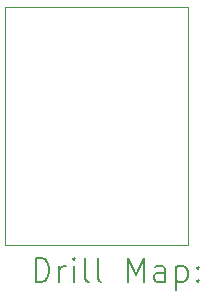
<source format=gbr>
%TF.GenerationSoftware,KiCad,Pcbnew,8.0.3*%
%TF.CreationDate,2024-11-10T00:39:22+08:00*%
%TF.ProjectId,NekoPurrTech_TiltingCtrl,4e656b6f-5075-4727-9254-6563685f5469,rev?*%
%TF.SameCoordinates,Original*%
%TF.FileFunction,Drillmap*%
%TF.FilePolarity,Positive*%
%FSLAX45Y45*%
G04 Gerber Fmt 4.5, Leading zero omitted, Abs format (unit mm)*
G04 Created by KiCad (PCBNEW 8.0.3) date 2024-11-10 00:39:22*
%MOMM*%
%LPD*%
G01*
G04 APERTURE LIST*
%ADD10C,0.050000*%
%ADD11C,0.200000*%
G04 APERTURE END LIST*
D10*
X8499000Y-5488000D02*
X10047000Y-5488000D01*
X10047000Y-7501000D01*
X8499000Y-7501000D01*
X8499000Y-5488000D01*
D11*
X8757277Y-7814984D02*
X8757277Y-7614984D01*
X8757277Y-7614984D02*
X8804896Y-7614984D01*
X8804896Y-7614984D02*
X8833467Y-7624508D01*
X8833467Y-7624508D02*
X8852515Y-7643555D01*
X8852515Y-7643555D02*
X8862039Y-7662603D01*
X8862039Y-7662603D02*
X8871563Y-7700698D01*
X8871563Y-7700698D02*
X8871563Y-7729269D01*
X8871563Y-7729269D02*
X8862039Y-7767365D01*
X8862039Y-7767365D02*
X8852515Y-7786412D01*
X8852515Y-7786412D02*
X8833467Y-7805460D01*
X8833467Y-7805460D02*
X8804896Y-7814984D01*
X8804896Y-7814984D02*
X8757277Y-7814984D01*
X8957277Y-7814984D02*
X8957277Y-7681650D01*
X8957277Y-7719746D02*
X8966801Y-7700698D01*
X8966801Y-7700698D02*
X8976324Y-7691174D01*
X8976324Y-7691174D02*
X8995372Y-7681650D01*
X8995372Y-7681650D02*
X9014420Y-7681650D01*
X9081086Y-7814984D02*
X9081086Y-7681650D01*
X9081086Y-7614984D02*
X9071563Y-7624508D01*
X9071563Y-7624508D02*
X9081086Y-7634031D01*
X9081086Y-7634031D02*
X9090610Y-7624508D01*
X9090610Y-7624508D02*
X9081086Y-7614984D01*
X9081086Y-7614984D02*
X9081086Y-7634031D01*
X9204896Y-7814984D02*
X9185848Y-7805460D01*
X9185848Y-7805460D02*
X9176324Y-7786412D01*
X9176324Y-7786412D02*
X9176324Y-7614984D01*
X9309658Y-7814984D02*
X9290610Y-7805460D01*
X9290610Y-7805460D02*
X9281086Y-7786412D01*
X9281086Y-7786412D02*
X9281086Y-7614984D01*
X9538229Y-7814984D02*
X9538229Y-7614984D01*
X9538229Y-7614984D02*
X9604896Y-7757841D01*
X9604896Y-7757841D02*
X9671563Y-7614984D01*
X9671563Y-7614984D02*
X9671563Y-7814984D01*
X9852515Y-7814984D02*
X9852515Y-7710222D01*
X9852515Y-7710222D02*
X9842991Y-7691174D01*
X9842991Y-7691174D02*
X9823944Y-7681650D01*
X9823944Y-7681650D02*
X9785848Y-7681650D01*
X9785848Y-7681650D02*
X9766801Y-7691174D01*
X9852515Y-7805460D02*
X9833467Y-7814984D01*
X9833467Y-7814984D02*
X9785848Y-7814984D01*
X9785848Y-7814984D02*
X9766801Y-7805460D01*
X9766801Y-7805460D02*
X9757277Y-7786412D01*
X9757277Y-7786412D02*
X9757277Y-7767365D01*
X9757277Y-7767365D02*
X9766801Y-7748317D01*
X9766801Y-7748317D02*
X9785848Y-7738793D01*
X9785848Y-7738793D02*
X9833467Y-7738793D01*
X9833467Y-7738793D02*
X9852515Y-7729269D01*
X9947753Y-7681650D02*
X9947753Y-7881650D01*
X9947753Y-7691174D02*
X9966801Y-7681650D01*
X9966801Y-7681650D02*
X10004896Y-7681650D01*
X10004896Y-7681650D02*
X10023944Y-7691174D01*
X10023944Y-7691174D02*
X10033467Y-7700698D01*
X10033467Y-7700698D02*
X10042991Y-7719746D01*
X10042991Y-7719746D02*
X10042991Y-7776888D01*
X10042991Y-7776888D02*
X10033467Y-7795936D01*
X10033467Y-7795936D02*
X10023944Y-7805460D01*
X10023944Y-7805460D02*
X10004896Y-7814984D01*
X10004896Y-7814984D02*
X9966801Y-7814984D01*
X9966801Y-7814984D02*
X9947753Y-7805460D01*
X10128705Y-7795936D02*
X10138229Y-7805460D01*
X10138229Y-7805460D02*
X10128705Y-7814984D01*
X10128705Y-7814984D02*
X10119182Y-7805460D01*
X10119182Y-7805460D02*
X10128705Y-7795936D01*
X10128705Y-7795936D02*
X10128705Y-7814984D01*
X10128705Y-7691174D02*
X10138229Y-7700698D01*
X10138229Y-7700698D02*
X10128705Y-7710222D01*
X10128705Y-7710222D02*
X10119182Y-7700698D01*
X10119182Y-7700698D02*
X10128705Y-7691174D01*
X10128705Y-7691174D02*
X10128705Y-7710222D01*
M02*

</source>
